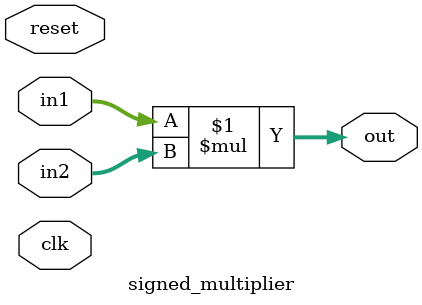
<source format=v>
module signed_multiplier(
    input clk,
    input reset,
    input signed [7:0] in1,
    input signed [7:0] in2,
    output signed [15:0] out
);

    assign out = in1 * in2;

endmodule
</source>
